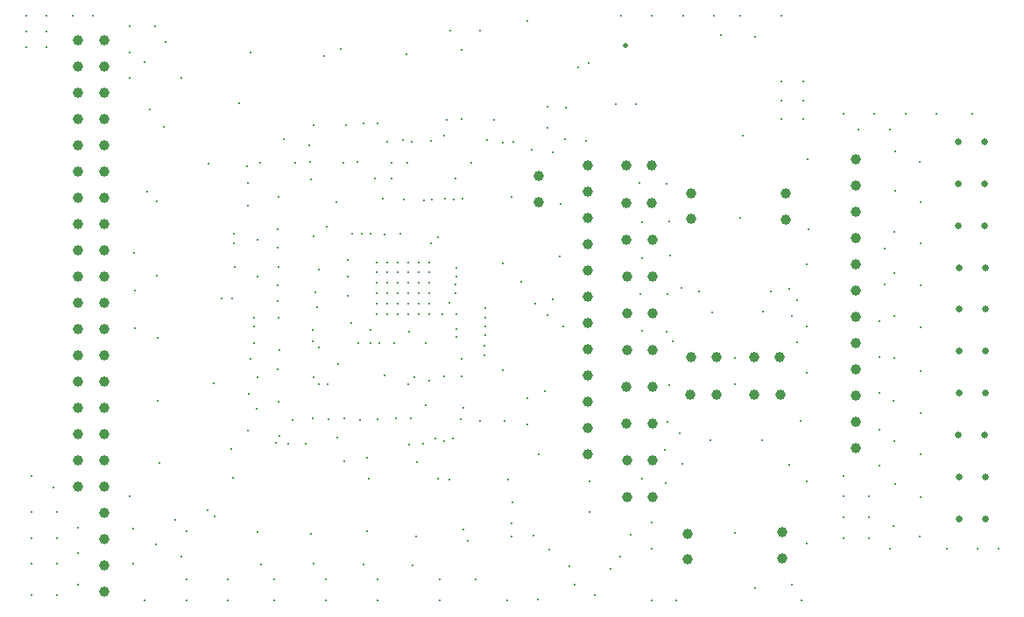
<source format=gbr>
%TF.GenerationSoftware,KiCad,Pcbnew,8.0.2*%
%TF.CreationDate,2024-12-22T13:37:42+01:00*%
%TF.ProjectId,FT25_AMS_Slave,46543235-5f41-44d5-935f-536c6176652e,rev?*%
%TF.SameCoordinates,Original*%
%TF.FileFunction,Plated,1,4,PTH,Drill*%
%TF.FilePolarity,Positive*%
%FSLAX46Y46*%
G04 Gerber Fmt 4.6, Leading zero omitted, Abs format (unit mm)*
G04 Created by KiCad (PCBNEW 8.0.2) date 2024-12-22 13:37:42*
%MOMM*%
%LPD*%
G01*
G04 APERTURE LIST*
%TA.AperFunction,ViaDrill*%
%ADD10C,0.300000*%
%TD*%
%TA.AperFunction,ComponentDrill*%
%ADD11C,0.300000*%
%TD*%
%TA.AperFunction,ComponentDrill*%
%ADD12C,0.500000*%
%TD*%
%TA.AperFunction,ComponentDrill*%
%ADD13C,0.640000*%
%TD*%
%TA.AperFunction,ComponentDrill*%
%ADD14C,1.000000*%
%TD*%
G04 APERTURE END LIST*
D10*
X93500000Y-67500000D03*
X93500000Y-69000000D03*
X93500000Y-70500000D03*
X94000000Y-115500000D03*
X94000000Y-118000000D03*
X94000000Y-120500000D03*
X94000000Y-123500000D03*
X94030000Y-112040000D03*
X95500000Y-67500000D03*
X95500000Y-69000000D03*
X95500000Y-70500000D03*
X96150000Y-113100000D03*
X96500000Y-115500000D03*
X96500000Y-118000000D03*
X96500000Y-120500000D03*
X96500000Y-123500000D03*
X98000000Y-67500000D03*
X98500000Y-117000000D03*
X98500000Y-119500000D03*
X98500000Y-122500000D03*
X100000000Y-67500000D03*
X103500000Y-68500000D03*
X103500000Y-71000000D03*
X103500000Y-73500000D03*
X103500000Y-114000000D03*
X103830000Y-120470000D03*
X103890000Y-117090000D03*
X103940000Y-90440000D03*
X103990000Y-97680000D03*
X104010000Y-94080000D03*
X105000000Y-72000000D03*
X105000000Y-124000000D03*
X105190000Y-84480000D03*
X105500000Y-76500000D03*
X106000000Y-68500000D03*
X106040000Y-118620000D03*
X106150000Y-85440000D03*
X106150000Y-92620000D03*
X106190000Y-98670000D03*
X106240000Y-104770000D03*
X106400000Y-110710000D03*
X106790000Y-78250000D03*
X107000000Y-70000000D03*
X107960050Y-116279950D03*
X108480000Y-119780000D03*
X108500000Y-73500000D03*
X109000000Y-122000000D03*
X109000000Y-124000000D03*
X109060051Y-117379951D03*
X111090000Y-115310000D03*
X111140000Y-81790000D03*
X111659891Y-103007471D03*
X111740000Y-115920000D03*
X112380000Y-94860000D03*
X113000000Y-122000000D03*
X113000000Y-124000000D03*
X113320000Y-109360000D03*
X113390000Y-94860000D03*
X113500000Y-112207499D03*
X113580000Y-88560000D03*
X113620000Y-89500000D03*
X113670000Y-91760000D03*
X114130000Y-75910000D03*
X114840000Y-82050000D03*
X114930000Y-85865000D03*
X114940000Y-83630000D03*
X114970000Y-107640000D03*
X115020000Y-104070000D03*
X115190000Y-100690000D03*
X115220000Y-71000000D03*
X115520000Y-96720000D03*
X115534265Y-97554265D03*
X115560000Y-99100000D03*
X115780000Y-105510000D03*
X115879265Y-102459265D03*
X115890000Y-89170000D03*
X115890000Y-117400000D03*
X115920000Y-92690000D03*
X116110000Y-81670000D03*
X116200000Y-120540000D03*
X117500000Y-122000000D03*
X117500000Y-124000000D03*
X117624475Y-108801537D03*
X117800000Y-101720000D03*
X117830000Y-89925000D03*
X117850000Y-93520000D03*
X117860000Y-88170000D03*
X117860000Y-95060000D03*
X117877500Y-104797500D03*
X117890000Y-91770000D03*
X117893137Y-96698432D03*
X117904620Y-84995380D03*
X117970000Y-108080000D03*
X117975000Y-99845000D03*
X118400000Y-79390000D03*
X118880000Y-108870000D03*
X119228478Y-106574016D03*
X119500000Y-81690000D03*
X120510000Y-108840000D03*
X120845374Y-80006073D03*
X121005000Y-81615000D03*
X121030000Y-83330000D03*
X121040000Y-117590000D03*
X121191522Y-97846765D03*
X121220000Y-106460000D03*
X121250000Y-98991313D03*
X121270000Y-78060000D03*
X121300000Y-88790000D03*
X121330000Y-120510000D03*
X121337172Y-102475590D03*
X121500000Y-94200000D03*
X121601906Y-95687329D03*
X121780387Y-103141596D03*
X121820196Y-92071228D03*
X121850000Y-99570000D03*
X122280000Y-71330000D03*
X122500000Y-122000000D03*
X122500000Y-124000000D03*
X122613096Y-87844430D03*
X122640256Y-103130256D03*
X122710000Y-106500000D03*
X123500000Y-85500000D03*
X123600000Y-108260000D03*
X123690000Y-101190000D03*
X123910000Y-70720000D03*
X124180000Y-81660000D03*
X124230000Y-110610000D03*
X124260000Y-106440000D03*
X124430000Y-78080000D03*
X124570000Y-91070000D03*
X124570000Y-92680000D03*
X124570000Y-94550000D03*
X124950000Y-97200000D03*
X125060000Y-88590000D03*
X125560000Y-81640000D03*
X125640000Y-99180000D03*
X125780000Y-106590000D03*
X125980000Y-88600000D03*
X126090000Y-77920000D03*
X126110000Y-120570000D03*
X126430000Y-117370000D03*
X126490000Y-110240000D03*
X126600000Y-112290000D03*
X126770000Y-97830000D03*
X126779987Y-88594969D03*
X126810000Y-99170000D03*
X127213668Y-83230000D03*
X127450000Y-106540000D03*
X127500000Y-122000000D03*
X127500000Y-124000000D03*
X127510000Y-77920000D03*
X127630000Y-99130000D03*
X128030000Y-85190000D03*
X128124485Y-102254485D03*
X128160000Y-88610000D03*
X128430000Y-79700000D03*
X128800000Y-83250000D03*
X128830000Y-81680000D03*
X129100000Y-99140000D03*
X129220000Y-106400000D03*
X129710000Y-88570000D03*
X129960000Y-79540000D03*
X130030000Y-85280000D03*
X130290000Y-71160000D03*
X130330000Y-81700000D03*
X130440000Y-103160000D03*
X130500000Y-98000000D03*
X130524265Y-108975735D03*
X130740000Y-106460000D03*
X130754806Y-79631034D03*
X130860000Y-120670000D03*
X131050000Y-102408527D03*
X131240000Y-117840000D03*
X131293327Y-110664639D03*
X131860735Y-108839265D03*
X131939265Y-85379265D03*
X132150000Y-105190000D03*
X132160000Y-99170000D03*
X132510000Y-102750000D03*
X132655000Y-79600000D03*
X132680000Y-89500000D03*
X132758691Y-85285001D03*
X133080000Y-108350000D03*
X133290000Y-88900000D03*
X133302500Y-112280000D03*
X133500000Y-122000000D03*
X133500000Y-124000000D03*
X133723622Y-96310000D03*
X133900000Y-102380000D03*
X133920000Y-79110000D03*
X133940000Y-108640000D03*
X134041845Y-85140400D03*
X134188495Y-77551736D03*
X134390000Y-95260000D03*
X134440000Y-112370000D03*
X134470000Y-68880000D03*
X134740000Y-108360000D03*
X134838218Y-85216521D03*
X134988696Y-94294055D03*
X135021073Y-93477902D03*
X135032500Y-83232500D03*
X135075433Y-92679748D03*
X135110000Y-96345786D03*
X135110000Y-97770000D03*
X135130000Y-98540000D03*
X135132841Y-91881808D03*
X135560000Y-106520000D03*
X135630000Y-100660000D03*
X135630000Y-102380000D03*
X135631250Y-77498750D03*
X135640000Y-70750000D03*
X135730000Y-85200000D03*
X135740000Y-117190000D03*
X135820000Y-105370000D03*
X136210000Y-118280000D03*
X136542606Y-81661094D03*
X136940000Y-121970000D03*
X137390000Y-106650000D03*
X137420000Y-68920000D03*
X137780000Y-100360000D03*
X137820000Y-99370000D03*
X137870000Y-95790000D03*
X137901700Y-96670229D03*
X137910000Y-98360000D03*
X137918235Y-97531765D03*
X138030000Y-79530000D03*
X138732485Y-77536379D03*
X139570000Y-79750000D03*
X139610000Y-91460000D03*
X139620000Y-101780000D03*
X139720000Y-106670000D03*
X140000000Y-124000000D03*
X140104265Y-112375735D03*
X140404125Y-84975000D03*
X140410000Y-117830000D03*
X140440000Y-116580000D03*
X140500000Y-114545000D03*
X140630000Y-79660000D03*
X141344265Y-93254265D03*
X141950000Y-68010000D03*
X142000000Y-104500000D03*
X142000000Y-107000000D03*
X142390000Y-80400000D03*
X142570000Y-117810000D03*
X142730000Y-95370000D03*
X142990000Y-123990000D03*
X143090000Y-109860000D03*
X143670000Y-103830000D03*
X143880000Y-78320000D03*
X143880000Y-96410000D03*
X143890000Y-76260000D03*
X144080000Y-119110000D03*
X144380000Y-94880000D03*
X144400000Y-80710000D03*
X145090000Y-90740000D03*
X145190000Y-85720000D03*
X145460000Y-97550000D03*
X145600000Y-79400000D03*
X145680000Y-76380000D03*
X146020000Y-120720000D03*
X146500000Y-122500000D03*
X146880000Y-72450000D03*
X147610000Y-79590000D03*
X147870000Y-72090000D03*
X148000000Y-112500000D03*
X148000000Y-115500000D03*
X148500000Y-123500000D03*
X150000000Y-121000000D03*
X150500000Y-76000000D03*
X150960000Y-119810000D03*
X151000000Y-67500000D03*
X151970000Y-117720000D03*
X152500000Y-76000000D03*
X152840000Y-83680000D03*
X152890000Y-94370000D03*
X153040000Y-97990000D03*
X153080000Y-87440000D03*
X153080000Y-90960000D03*
X153080000Y-112250000D03*
X154000000Y-67500000D03*
X154000000Y-116500000D03*
X154000000Y-119000000D03*
X154000000Y-124070000D03*
X155260000Y-109480000D03*
X155360000Y-112700000D03*
X155410000Y-98040000D03*
X155460000Y-83730000D03*
X155510000Y-94370000D03*
X155510000Y-106760000D03*
X155660000Y-103240000D03*
X155710000Y-87390000D03*
X155760000Y-90710000D03*
X155980000Y-98990000D03*
X156350000Y-124070000D03*
X156690000Y-107890000D03*
X156840000Y-93850000D03*
X156970000Y-110790000D03*
X157000000Y-67500000D03*
X158530000Y-94110000D03*
X159650000Y-108570000D03*
X159820000Y-96160000D03*
X160000000Y-67500000D03*
X160680000Y-69380000D03*
X162000000Y-100560000D03*
X162000000Y-117500000D03*
X162050000Y-103090000D03*
X162500000Y-67500000D03*
X162500000Y-87000000D03*
X162810000Y-79040000D03*
X164000000Y-69500000D03*
X164000000Y-122830000D03*
X164640000Y-108580000D03*
X164730000Y-96090000D03*
X165470000Y-94130000D03*
X166500000Y-67500000D03*
X166530000Y-73830000D03*
X166550000Y-75660000D03*
X166550000Y-77480000D03*
X167275000Y-110915000D03*
X167280000Y-93920000D03*
X167500000Y-96500000D03*
X167500000Y-122500000D03*
X168000000Y-95000000D03*
X168020000Y-99060000D03*
X168400000Y-106670000D03*
X168500000Y-124000000D03*
X168600000Y-77430000D03*
X168620000Y-73810000D03*
X168620000Y-75660000D03*
X169000000Y-91500000D03*
X169000000Y-97500000D03*
X169000000Y-102000000D03*
X169000000Y-112500000D03*
X169000000Y-118500000D03*
X169020000Y-81400000D03*
X169170000Y-88170000D03*
X172500000Y-77000000D03*
X172500000Y-112000000D03*
X172500000Y-114000000D03*
X172500000Y-116000000D03*
X172500000Y-118000000D03*
X174000000Y-78500000D03*
X175000000Y-114000000D03*
X175000000Y-116000000D03*
X175000000Y-118000000D03*
X175500000Y-77000000D03*
X176000000Y-97000000D03*
X176000000Y-100500000D03*
X176000000Y-104000000D03*
X176000000Y-107500000D03*
X176000000Y-111000000D03*
X176500000Y-90000000D03*
X176500000Y-93500000D03*
X177000000Y-78500000D03*
X177000000Y-119000000D03*
X177330000Y-116800000D03*
X177370000Y-104770000D03*
X177400000Y-100540000D03*
X177410000Y-96520000D03*
X177420000Y-88380000D03*
X177430000Y-92390000D03*
X177440000Y-108595000D03*
X177480000Y-80620000D03*
X177480000Y-84380000D03*
X177530000Y-112760000D03*
X178500000Y-77000000D03*
X179895000Y-81610000D03*
X179925000Y-117880000D03*
X179935000Y-109860000D03*
X179935000Y-114070000D03*
X179945000Y-105880000D03*
X179955000Y-85500000D03*
X179955000Y-89530000D03*
X179955000Y-101840000D03*
X179965000Y-93590000D03*
X179975000Y-97660000D03*
X181500000Y-77000000D03*
X182500000Y-119000000D03*
X185000000Y-77000000D03*
X185500000Y-119000000D03*
X187500000Y-119000000D03*
D11*
%TO.C,U1*%
X127440000Y-91320000D03*
X127440000Y-92320000D03*
X127440000Y-93320000D03*
X127440000Y-94320000D03*
X127440000Y-95320000D03*
X127440000Y-96320000D03*
X128440000Y-91320000D03*
X128440000Y-92320000D03*
X128440000Y-93320000D03*
X128440000Y-94320000D03*
X128440000Y-95320000D03*
X128440000Y-96320000D03*
X129440000Y-91320000D03*
X129440000Y-92320000D03*
X129440000Y-93320000D03*
X129440000Y-94320000D03*
X129440000Y-95320000D03*
X129440000Y-96320000D03*
X130440000Y-91320000D03*
X130440000Y-92320000D03*
X130440000Y-93320000D03*
X130440000Y-94320000D03*
X130440000Y-95320000D03*
X130440000Y-96320000D03*
X131440000Y-91320000D03*
X131440000Y-92320000D03*
X131440000Y-93320000D03*
X131440000Y-94320000D03*
X131440000Y-95320000D03*
X131440000Y-96320000D03*
X132440000Y-91320000D03*
X132440000Y-92320000D03*
X132440000Y-93320000D03*
X132440000Y-94320000D03*
X132440000Y-95320000D03*
X132440000Y-96320000D03*
D12*
%TO.C,J4*%
X151410000Y-70340000D03*
D13*
%TO.C,TH1*%
X183595000Y-79690000D03*
%TO.C,TH5*%
X183605000Y-83730000D03*
%TO.C,TH8*%
X183650000Y-108030000D03*
%TO.C,TH9*%
X183655000Y-87770000D03*
%TO.C,TH3*%
X183660000Y-103980000D03*
%TO.C,TH4*%
X183660000Y-112080000D03*
%TO.C,TH7*%
X183660000Y-116130000D03*
%TO.C,TH6*%
X183670000Y-95860000D03*
%TO.C,TH2*%
X183675000Y-91840000D03*
%TO.C,TH10*%
X183680000Y-99910000D03*
%TO.C,TH1*%
X186135000Y-79690000D03*
%TO.C,TH5*%
X186145000Y-83730000D03*
%TO.C,TH8*%
X186190000Y-108030000D03*
%TO.C,TH9*%
X186195000Y-87770000D03*
%TO.C,TH3*%
X186200000Y-103980000D03*
%TO.C,TH4*%
X186200000Y-112080000D03*
%TO.C,TH7*%
X186200000Y-116130000D03*
%TO.C,TH6*%
X186210000Y-95860000D03*
%TO.C,TH2*%
X186215000Y-91840000D03*
%TO.C,TH10*%
X186220000Y-99910000D03*
D14*
%TO.C,J3*%
X98507500Y-69805000D03*
X98507500Y-72345000D03*
X98507500Y-74885000D03*
X98507500Y-77425000D03*
X98507500Y-79965000D03*
X98507500Y-82505000D03*
X98507500Y-85045000D03*
X98507500Y-87585000D03*
X98507500Y-90125000D03*
X98507500Y-92665000D03*
X98507500Y-95205000D03*
X98507500Y-97745000D03*
X98507500Y-100285000D03*
X98507500Y-102825000D03*
X98507500Y-105365000D03*
X98507500Y-107905000D03*
X98507500Y-110445000D03*
X98507500Y-112985000D03*
%TO.C,J1*%
X101047500Y-69805000D03*
X101047500Y-72345000D03*
X101047500Y-74885000D03*
X101047500Y-77425000D03*
X101047500Y-79965000D03*
X101047500Y-82505000D03*
X101047500Y-85045000D03*
X101047500Y-87585000D03*
X101047500Y-90125000D03*
X101047500Y-92665000D03*
X101047500Y-95205000D03*
X101047500Y-97745000D03*
X101047500Y-100285000D03*
X101047500Y-102825000D03*
X101047500Y-105365000D03*
X101047500Y-107905000D03*
X101047500Y-110445000D03*
X101047500Y-112985000D03*
X101047500Y-115525000D03*
X101047500Y-118065000D03*
X101047500Y-120605000D03*
X101047500Y-123145000D03*
%TO.C,J2*%
X143030000Y-82965000D03*
X143030000Y-85505000D03*
%TO.C,J5*%
X147830000Y-81970000D03*
X147830000Y-84510000D03*
X147830000Y-87050000D03*
X147830000Y-89590000D03*
X147830000Y-92130000D03*
X147830000Y-94670000D03*
X147830000Y-97210000D03*
X147830000Y-99750000D03*
X147830000Y-102290000D03*
X147830000Y-104830000D03*
X147830000Y-107370000D03*
X147830000Y-109910000D03*
%TO.C,TP10*%
X151510000Y-81985000D03*
%TO.C,TP8*%
X151510000Y-85565000D03*
%TO.C,TP6*%
X151540000Y-89125000D03*
%TO.C,TP11*%
X151570000Y-103405000D03*
%TO.C,TP12*%
X151570000Y-106955000D03*
%TO.C,TP5*%
X151580000Y-92685000D03*
%TO.C,TP9*%
X151580000Y-99855000D03*
%TO.C,TP13*%
X151590000Y-110495000D03*
%TO.C,TP7*%
X151610000Y-96235000D03*
%TO.C,TP14*%
X151610000Y-114015000D03*
%TO.C,TP10*%
X154010000Y-81985000D03*
%TO.C,TP8*%
X154010000Y-85565000D03*
%TO.C,TP6*%
X154040000Y-89125000D03*
%TO.C,TP11*%
X154070000Y-103405000D03*
%TO.C,TP12*%
X154070000Y-106955000D03*
%TO.C,TP5*%
X154080000Y-92685000D03*
%TO.C,TP9*%
X154080000Y-99855000D03*
%TO.C,TP13*%
X154090000Y-110495000D03*
%TO.C,TP7*%
X154110000Y-96235000D03*
%TO.C,TP14*%
X154110000Y-114015000D03*
%TO.C,TP18*%
X157460000Y-117560000D03*
X157460000Y-120060000D03*
%TO.C,TP4*%
X157750000Y-104140000D03*
%TO.C,TP15*%
X157770000Y-84660000D03*
X157770000Y-87160000D03*
%TO.C,TP1*%
X157790000Y-100520000D03*
%TO.C,TP4*%
X160250000Y-104140000D03*
%TO.C,TP1*%
X160290000Y-100520000D03*
%TO.C,TP2*%
X163870000Y-100520000D03*
%TO.C,TP3*%
X163920000Y-104130000D03*
%TO.C,TP2*%
X166370000Y-100520000D03*
%TO.C,TP3*%
X166420000Y-104130000D03*
%TO.C,TP17*%
X166630000Y-117470000D03*
X166630000Y-119970000D03*
%TO.C,TP16*%
X166920000Y-84690000D03*
X166920000Y-87190000D03*
%TO.C,J16*%
X173745000Y-81330000D03*
X173745000Y-83870000D03*
X173745000Y-86410000D03*
X173745000Y-88950000D03*
X173745000Y-91490000D03*
X173745000Y-94030000D03*
X173745000Y-96570000D03*
X173745000Y-99110000D03*
X173745000Y-101650000D03*
X173745000Y-104190000D03*
X173745000Y-106730000D03*
X173745000Y-109270000D03*
M02*

</source>
